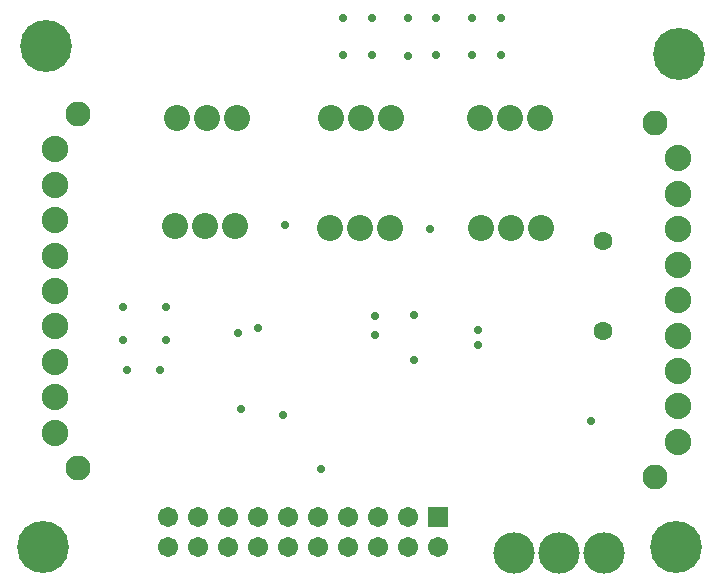
<source format=gbs>
G04*
G04 #@! TF.GenerationSoftware,Altium Limited,Altium Designer,20.0.9 (164)*
G04*
G04 Layer_Color=16711935*
%FSLAX25Y25*%
%MOIN*%
G70*
G01*
G75*
%ADD31C,0.06312*%
%ADD32C,0.08674*%
%ADD33C,0.13800*%
%ADD34C,0.17300*%
%ADD35C,0.06706*%
%ADD36R,0.06706X0.06706*%
%ADD37C,0.08300*%
%ADD38C,0.08800*%
%ADD39C,0.02800*%
D31*
X197500Y84500D02*
D03*
Y114500D02*
D03*
D32*
X55000Y119500D02*
D03*
X75000D02*
D03*
X65000D02*
D03*
X157000Y119000D02*
D03*
X177000D02*
D03*
X167000D02*
D03*
X106500D02*
D03*
X126500D02*
D03*
X116500D02*
D03*
X156500Y155500D02*
D03*
X176500D02*
D03*
X166500D02*
D03*
X55500D02*
D03*
X75500D02*
D03*
X65500D02*
D03*
X107000D02*
D03*
X127000D02*
D03*
X117000D02*
D03*
D33*
X168000Y10500D02*
D03*
X198000D02*
D03*
X183000D02*
D03*
D34*
X222000Y12500D02*
D03*
X11000D02*
D03*
X223000Y177000D02*
D03*
X12000Y179500D02*
D03*
D35*
X52500Y12500D02*
D03*
X62500D02*
D03*
X72500D02*
D03*
X82500D02*
D03*
X92500D02*
D03*
X102500D02*
D03*
X112500D02*
D03*
X122500D02*
D03*
X132500D02*
D03*
X142500D02*
D03*
X52500Y22500D02*
D03*
X62500D02*
D03*
X72500D02*
D03*
X82500D02*
D03*
X92500D02*
D03*
X102500D02*
D03*
X112500D02*
D03*
X122500D02*
D03*
X132500D02*
D03*
D36*
X142500D02*
D03*
D37*
X214783Y35823D02*
D03*
Y153933D02*
D03*
X22500Y157000D02*
D03*
Y38890D02*
D03*
D38*
X222500Y142122D02*
D03*
Y130311D02*
D03*
Y118500D02*
D03*
Y106689D02*
D03*
Y94878D02*
D03*
Y83067D02*
D03*
Y71256D02*
D03*
Y59445D02*
D03*
Y47634D02*
D03*
X14783Y50701D02*
D03*
Y62512D02*
D03*
Y74323D02*
D03*
Y86134D02*
D03*
Y97945D02*
D03*
Y109756D02*
D03*
Y121567D02*
D03*
Y133378D02*
D03*
Y145189D02*
D03*
D39*
X111000Y176500D02*
D03*
X76052Y84052D02*
D03*
X82500Y85500D02*
D03*
X77000Y58500D02*
D03*
X103500Y38500D02*
D03*
X132768Y176232D02*
D03*
X120500Y176500D02*
D03*
X132500Y189000D02*
D03*
X163500Y176500D02*
D03*
X154000Y189000D02*
D03*
X120500D02*
D03*
X142000D02*
D03*
Y176500D02*
D03*
X154000D02*
D03*
X163500Y189000D02*
D03*
X193500Y54579D02*
D03*
X134500Y90000D02*
D03*
X121705Y83295D02*
D03*
X121500Y89500D02*
D03*
X156000Y80000D02*
D03*
Y85000D02*
D03*
X134500Y75000D02*
D03*
X50000Y71500D02*
D03*
X39000D02*
D03*
X37500Y81500D02*
D03*
X52000D02*
D03*
X37500Y92500D02*
D03*
X52000D02*
D03*
X140000Y118500D02*
D03*
X91500Y120000D02*
D03*
X111000Y189000D02*
D03*
X91000Y56500D02*
D03*
M02*

</source>
